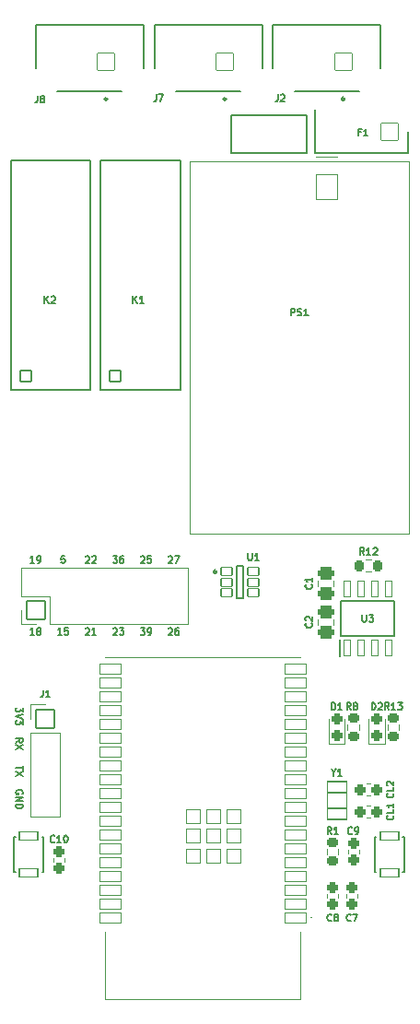
<source format=gbr>
%TF.GenerationSoftware,KiCad,Pcbnew,(5.99.0-10457-g21fde9b629)*%
%TF.CreationDate,2021-05-02T13:24:44-05:00*%
%TF.ProjectId,reptile-monitor,72657074-696c-4652-9d6d-6f6e69746f72,1*%
%TF.SameCoordinates,Original*%
%TF.FileFunction,Legend,Top*%
%TF.FilePolarity,Positive*%
%FSLAX46Y46*%
G04 Gerber Fmt 4.6, Leading zero omitted, Abs format (unit mm)*
G04 Created by KiCad (PCBNEW (5.99.0-10457-g21fde9b629)) date 2021-05-02 13:24:44*
%MOMM*%
%LPD*%
G01*
G04 APERTURE LIST*
G04 Aperture macros list*
%AMRoundRect*
0 Rectangle with rounded corners*
0 $1 Rounding radius*
0 $2 $3 $4 $5 $6 $7 $8 $9 X,Y pos of 4 corners*
0 Add a 4 corners polygon primitive as box body*
4,1,4,$2,$3,$4,$5,$6,$7,$8,$9,$2,$3,0*
0 Add four circle primitives for the rounded corners*
1,1,$1+$1,$2,$3*
1,1,$1+$1,$4,$5*
1,1,$1+$1,$6,$7*
1,1,$1+$1,$8,$9*
0 Add four rect primitives between the rounded corners*
20,1,$1+$1,$2,$3,$4,$5,0*
20,1,$1+$1,$4,$5,$6,$7,0*
20,1,$1+$1,$6,$7,$8,$9,0*
20,1,$1+$1,$8,$9,$2,$3,0*%
G04 Aperture macros list end*
%ADD10C,0.127000*%
%ADD11C,0.120000*%
%ADD12C,0.100000*%
%ADD13C,0.150000*%
%ADD14C,0.250000*%
%ADD15C,0.200000*%
%ADD16C,2.301600*%
%ADD17RoundRect,0.244150X0.281650X-0.244150X0.281650X0.244150X-0.281650X0.244150X-0.281650X-0.244150X0*%
%ADD18RoundRect,0.050800X-1.000000X0.450000X-1.000000X-0.450000X1.000000X-0.450000X1.000000X0.450000X0*%
%ADD19RoundRect,0.050800X-0.665000X0.665000X-0.665000X-0.665000X0.665000X-0.665000X0.665000X0.665000X0*%
%ADD20RoundRect,0.050800X-0.785000X-0.785000X0.785000X-0.785000X0.785000X0.785000X-0.785000X0.785000X0*%
%ADD21C,1.671600*%
%ADD22C,1.371600*%
%ADD23RoundRect,0.275400X-0.500400X0.275400X-0.500400X-0.275400X0.500400X-0.275400X0.500400X0.275400X0*%
%ADD24RoundRect,0.050800X-1.000000X1.150000X-1.000000X-1.150000X1.000000X-1.150000X1.000000X1.150000X0*%
%ADD25C,2.401600*%
%ADD26RoundRect,0.050800X-0.850000X-0.850000X0.850000X-0.850000X0.850000X0.850000X-0.850000X0.850000X0*%
%ADD27O,1.801600X1.801600*%
%ADD28RoundRect,0.250400X-0.250400X-0.275400X0.250400X-0.275400X0.250400X0.275400X-0.250400X0.275400X0*%
%ADD29RoundRect,0.250400X-0.275400X0.250400X-0.275400X-0.250400X0.275400X-0.250400X0.275400X0.250400X0*%
%ADD30RoundRect,0.050800X-0.850000X0.400000X-0.850000X-0.400000X0.850000X-0.400000X0.850000X0.400000X0*%
%ADD31RoundRect,0.225400X-0.300400X0.225400X-0.300400X-0.225400X0.300400X-0.225400X0.300400X0.225400X0*%
%ADD32RoundRect,0.225400X0.300400X-0.225400X0.300400X0.225400X-0.300400X0.225400X-0.300400X-0.225400X0*%
%ADD33RoundRect,0.225400X0.225400X0.300400X-0.225400X0.300400X-0.225400X-0.300400X0.225400X-0.300400X0*%
%ADD34RoundRect,0.050800X0.500000X-0.500000X0.500000X0.500000X-0.500000X0.500000X-0.500000X-0.500000X0*%
%ADD35C,2.268946*%
%ADD36C,1.101600*%
%ADD37RoundRect,0.050800X0.787500X0.787500X-0.787500X0.787500X-0.787500X-0.787500X0.787500X-0.787500X0*%
%ADD38C,1.676600*%
%ADD39RoundRect,0.050800X-0.500000X-0.350000X0.500000X-0.350000X0.500000X0.350000X-0.500000X0.350000X0*%
%ADD40C,1.701600*%
%ADD41RoundRect,0.050800X0.850000X-0.850000X0.850000X0.850000X-0.850000X0.850000X-0.850000X-0.850000X0*%
%ADD42RoundRect,0.050800X0.900000X-0.500000X0.900000X0.500000X-0.900000X0.500000X-0.900000X-0.500000X0*%
%ADD43RoundRect,0.050800X0.325000X0.750000X-0.325000X0.750000X-0.325000X-0.750000X0.325000X-0.750000X0*%
G04 APERTURE END LIST*
D10*
X133286500Y-106704190D02*
X133316738Y-106643714D01*
X133316738Y-106553000D01*
X133286500Y-106462285D01*
X133226023Y-106401809D01*
X133165547Y-106371571D01*
X133044595Y-106341333D01*
X132953880Y-106341333D01*
X132832928Y-106371571D01*
X132772452Y-106401809D01*
X132711976Y-106462285D01*
X132681738Y-106553000D01*
X132681738Y-106613476D01*
X132711976Y-106704190D01*
X132742214Y-106734428D01*
X132953880Y-106734428D01*
X132953880Y-106613476D01*
X132681738Y-107006571D02*
X133316738Y-107006571D01*
X132681738Y-107369428D01*
X133316738Y-107369428D01*
X132681738Y-107671809D02*
X133316738Y-107671809D01*
X133316738Y-107823000D01*
X133286500Y-107913714D01*
X133226023Y-107974190D01*
X133165547Y-108004428D01*
X133044595Y-108034666D01*
X132953880Y-108034666D01*
X132832928Y-108004428D01*
X132772452Y-107974190D01*
X132711976Y-107913714D01*
X132681738Y-107823000D01*
X132681738Y-107671809D01*
X134372047Y-92103257D02*
X134009190Y-92103257D01*
X134190619Y-92103257D02*
X134190619Y-91468257D01*
X134130142Y-91558972D01*
X134069666Y-91619448D01*
X134009190Y-91649686D01*
X134734904Y-91740400D02*
X134674428Y-91710162D01*
X134644190Y-91679924D01*
X134613952Y-91619448D01*
X134613952Y-91589210D01*
X134644190Y-91528734D01*
X134674428Y-91498496D01*
X134734904Y-91468257D01*
X134855857Y-91468257D01*
X134916333Y-91498496D01*
X134946571Y-91528734D01*
X134976809Y-91589210D01*
X134976809Y-91619448D01*
X134946571Y-91679924D01*
X134916333Y-91710162D01*
X134855857Y-91740400D01*
X134734904Y-91740400D01*
X134674428Y-91770638D01*
X134644190Y-91800876D01*
X134613952Y-91861353D01*
X134613952Y-91982305D01*
X134644190Y-92042781D01*
X134674428Y-92073019D01*
X134734904Y-92103257D01*
X134855857Y-92103257D01*
X134916333Y-92073019D01*
X134946571Y-92042781D01*
X134976809Y-91982305D01*
X134976809Y-91861353D01*
X134946571Y-91800876D01*
X134916333Y-91770638D01*
X134855857Y-91740400D01*
X146709190Y-84924734D02*
X146739428Y-84894496D01*
X146799904Y-84864257D01*
X146951095Y-84864257D01*
X147011571Y-84894496D01*
X147041809Y-84924734D01*
X147072047Y-84985210D01*
X147072047Y-85045686D01*
X147041809Y-85136400D01*
X146678952Y-85499257D01*
X147072047Y-85499257D01*
X147283714Y-84864257D02*
X147707047Y-84864257D01*
X147434904Y-85499257D01*
X144138952Y-91473261D02*
X144532047Y-91473261D01*
X144320380Y-91715166D01*
X144411095Y-91715166D01*
X144471571Y-91745404D01*
X144501809Y-91775642D01*
X144532047Y-91836119D01*
X144532047Y-91987309D01*
X144501809Y-92047785D01*
X144471571Y-92078023D01*
X144411095Y-92108261D01*
X144229666Y-92108261D01*
X144169190Y-92078023D01*
X144138952Y-92047785D01*
X144834428Y-92108261D02*
X144955380Y-92108261D01*
X145015857Y-92078023D01*
X145046095Y-92047785D01*
X145106571Y-91957071D01*
X145136809Y-91836119D01*
X145136809Y-91594214D01*
X145106571Y-91533738D01*
X145076333Y-91503500D01*
X145015857Y-91473261D01*
X144894904Y-91473261D01*
X144834428Y-91503500D01*
X144804190Y-91533738D01*
X144773952Y-91594214D01*
X144773952Y-91745404D01*
X144804190Y-91805880D01*
X144834428Y-91836119D01*
X144894904Y-91866357D01*
X145015857Y-91866357D01*
X145076333Y-91836119D01*
X145106571Y-91805880D01*
X145136809Y-91745404D01*
X133316738Y-98781809D02*
X133316738Y-99174904D01*
X133074833Y-98963238D01*
X133074833Y-99053952D01*
X133044595Y-99114428D01*
X133014357Y-99144666D01*
X132953880Y-99174904D01*
X132802690Y-99174904D01*
X132742214Y-99144666D01*
X132711976Y-99114428D01*
X132681738Y-99053952D01*
X132681738Y-98872523D01*
X132711976Y-98812047D01*
X132742214Y-98781809D01*
X133316738Y-99356333D02*
X132681738Y-99568000D01*
X133316738Y-99779666D01*
X133316738Y-99930857D02*
X133316738Y-100323952D01*
X133074833Y-100112285D01*
X133074833Y-100203000D01*
X133044595Y-100263476D01*
X133014357Y-100293714D01*
X132953880Y-100323952D01*
X132802690Y-100323952D01*
X132742214Y-100293714D01*
X132711976Y-100263476D01*
X132681738Y-100203000D01*
X132681738Y-100021571D01*
X132711976Y-99961095D01*
X132742214Y-99930857D01*
X146709190Y-91533738D02*
X146739428Y-91503500D01*
X146799904Y-91473261D01*
X146951095Y-91473261D01*
X147011571Y-91503500D01*
X147041809Y-91533738D01*
X147072047Y-91594214D01*
X147072047Y-91654690D01*
X147041809Y-91745404D01*
X146678952Y-92108261D01*
X147072047Y-92108261D01*
X147616333Y-91473261D02*
X147495380Y-91473261D01*
X147434904Y-91503500D01*
X147404666Y-91533738D01*
X147344190Y-91624452D01*
X147313952Y-91745404D01*
X147313952Y-91987309D01*
X147344190Y-92047785D01*
X147374428Y-92078023D01*
X147434904Y-92108261D01*
X147555857Y-92108261D01*
X147616333Y-92078023D01*
X147646571Y-92047785D01*
X147676809Y-91987309D01*
X147676809Y-91836119D01*
X147646571Y-91775642D01*
X147616333Y-91745404D01*
X147555857Y-91715166D01*
X147434904Y-91715166D01*
X147374428Y-91745404D01*
X147344190Y-91775642D01*
X147313952Y-91836119D01*
X132681738Y-102002166D02*
X132984119Y-101790500D01*
X132681738Y-101639309D02*
X133316738Y-101639309D01*
X133316738Y-101881214D01*
X133286500Y-101941690D01*
X133256261Y-101971928D01*
X133195785Y-102002166D01*
X133105071Y-102002166D01*
X133044595Y-101971928D01*
X133014357Y-101941690D01*
X132984119Y-101881214D01*
X132984119Y-101639309D01*
X133316738Y-102213833D02*
X132681738Y-102637166D01*
X133316738Y-102637166D02*
X132681738Y-102213833D01*
X134372047Y-85499257D02*
X134009190Y-85499257D01*
X134190619Y-85499257D02*
X134190619Y-84864257D01*
X134130142Y-84954972D01*
X134069666Y-85015448D01*
X134009190Y-85045686D01*
X134674428Y-85499257D02*
X134795380Y-85499257D01*
X134855857Y-85469019D01*
X134886095Y-85438781D01*
X134946571Y-85348067D01*
X134976809Y-85227115D01*
X134976809Y-84985210D01*
X134946571Y-84924734D01*
X134916333Y-84894496D01*
X134855857Y-84864257D01*
X134734904Y-84864257D01*
X134674428Y-84894496D01*
X134644190Y-84924734D01*
X134613952Y-84985210D01*
X134613952Y-85136400D01*
X134644190Y-85196876D01*
X134674428Y-85227115D01*
X134734904Y-85257353D01*
X134855857Y-85257353D01*
X134916333Y-85227115D01*
X134946571Y-85196876D01*
X134976809Y-85136400D01*
X137184190Y-84864257D02*
X136881809Y-84864257D01*
X136851571Y-85166638D01*
X136881809Y-85136400D01*
X136942285Y-85106162D01*
X137093476Y-85106162D01*
X137153952Y-85136400D01*
X137184190Y-85166638D01*
X137214428Y-85227115D01*
X137214428Y-85378305D01*
X137184190Y-85438781D01*
X137153952Y-85469019D01*
X137093476Y-85499257D01*
X136942285Y-85499257D01*
X136881809Y-85469019D01*
X136851571Y-85438781D01*
X139089190Y-84924734D02*
X139119428Y-84894496D01*
X139179904Y-84864257D01*
X139331095Y-84864257D01*
X139391571Y-84894496D01*
X139421809Y-84924734D01*
X139452047Y-84985210D01*
X139452047Y-85045686D01*
X139421809Y-85136400D01*
X139058952Y-85499257D01*
X139452047Y-85499257D01*
X139693952Y-84924734D02*
X139724190Y-84894496D01*
X139784666Y-84864257D01*
X139935857Y-84864257D01*
X139996333Y-84894496D01*
X140026571Y-84924734D01*
X140056809Y-84985210D01*
X140056809Y-85045686D01*
X140026571Y-85136400D01*
X139663714Y-85499257D01*
X140056809Y-85499257D01*
X136912047Y-92103257D02*
X136549190Y-92103257D01*
X136730619Y-92103257D02*
X136730619Y-91468257D01*
X136670142Y-91558972D01*
X136609666Y-91619448D01*
X136549190Y-91649686D01*
X137486571Y-91468257D02*
X137184190Y-91468257D01*
X137153952Y-91770638D01*
X137184190Y-91740400D01*
X137244666Y-91710162D01*
X137395857Y-91710162D01*
X137456333Y-91740400D01*
X137486571Y-91770638D01*
X137516809Y-91831115D01*
X137516809Y-91982305D01*
X137486571Y-92042781D01*
X137456333Y-92073019D01*
X137395857Y-92103257D01*
X137244666Y-92103257D01*
X137184190Y-92073019D01*
X137153952Y-92042781D01*
X139089190Y-91528734D02*
X139119428Y-91498496D01*
X139179904Y-91468257D01*
X139331095Y-91468257D01*
X139391571Y-91498496D01*
X139421809Y-91528734D01*
X139452047Y-91589210D01*
X139452047Y-91649686D01*
X139421809Y-91740400D01*
X139058952Y-92103257D01*
X139452047Y-92103257D01*
X140056809Y-92103257D02*
X139693952Y-92103257D01*
X139875380Y-92103257D02*
X139875380Y-91468257D01*
X139814904Y-91558972D01*
X139754428Y-91619448D01*
X139693952Y-91649686D01*
X141629190Y-91528734D02*
X141659428Y-91498496D01*
X141719904Y-91468257D01*
X141871095Y-91468257D01*
X141931571Y-91498496D01*
X141961809Y-91528734D01*
X141992047Y-91589210D01*
X141992047Y-91649686D01*
X141961809Y-91740400D01*
X141598952Y-92103257D01*
X141992047Y-92103257D01*
X142203714Y-91468257D02*
X142596809Y-91468257D01*
X142385142Y-91710162D01*
X142475857Y-91710162D01*
X142536333Y-91740400D01*
X142566571Y-91770638D01*
X142596809Y-91831115D01*
X142596809Y-91982305D01*
X142566571Y-92042781D01*
X142536333Y-92073019D01*
X142475857Y-92103257D01*
X142294428Y-92103257D01*
X142233952Y-92073019D01*
X142203714Y-92042781D01*
X133316738Y-104164190D02*
X133316738Y-104527047D01*
X132681738Y-104345619D02*
X133316738Y-104345619D01*
X133316738Y-104678238D02*
X132681738Y-105101571D01*
X133316738Y-105101571D02*
X132681738Y-104678238D01*
X144169190Y-84924734D02*
X144199428Y-84894496D01*
X144259904Y-84864257D01*
X144411095Y-84864257D01*
X144471571Y-84894496D01*
X144501809Y-84924734D01*
X144532047Y-84985210D01*
X144532047Y-85045686D01*
X144501809Y-85136400D01*
X144138952Y-85499257D01*
X144532047Y-85499257D01*
X145106571Y-84864257D02*
X144804190Y-84864257D01*
X144773952Y-85166638D01*
X144804190Y-85136400D01*
X144864666Y-85106162D01*
X145015857Y-85106162D01*
X145076333Y-85136400D01*
X145106571Y-85166638D01*
X145136809Y-85227115D01*
X145136809Y-85378305D01*
X145106571Y-85438781D01*
X145076333Y-85469019D01*
X145015857Y-85499257D01*
X144864666Y-85499257D01*
X144804190Y-85469019D01*
X144773952Y-85438781D01*
X141598952Y-84864257D02*
X141992047Y-84864257D01*
X141780380Y-85106162D01*
X141871095Y-85106162D01*
X141931571Y-85136400D01*
X141961809Y-85166638D01*
X141992047Y-85227115D01*
X141992047Y-85378305D01*
X141961809Y-85438781D01*
X141931571Y-85469019D01*
X141871095Y-85499257D01*
X141689666Y-85499257D01*
X141629190Y-85469019D01*
X141598952Y-85438781D01*
X142536333Y-84864257D02*
X142415380Y-84864257D01*
X142354904Y-84894496D01*
X142324666Y-84924734D01*
X142264190Y-85015448D01*
X142233952Y-85136400D01*
X142233952Y-85378305D01*
X142264190Y-85438781D01*
X142294428Y-85469019D01*
X142354904Y-85499257D01*
X142475857Y-85499257D01*
X142536333Y-85469019D01*
X142566571Y-85438781D01*
X142596809Y-85378305D01*
X142596809Y-85227115D01*
X142566571Y-85166638D01*
X142536333Y-85136400D01*
X142475857Y-85106162D01*
X142354904Y-85106162D01*
X142294428Y-85136400D01*
X142264190Y-85166638D01*
X142233952Y-85227115D01*
%TO.C,D1*%
X161710309Y-98966261D02*
X161710309Y-98331261D01*
X161861500Y-98331261D01*
X161952214Y-98361500D01*
X162012690Y-98421976D01*
X162042928Y-98482452D01*
X162073166Y-98603404D01*
X162073166Y-98694119D01*
X162042928Y-98815071D01*
X162012690Y-98875547D01*
X161952214Y-98936023D01*
X161861500Y-98966261D01*
X161710309Y-98966261D01*
X162677928Y-98966261D02*
X162315071Y-98966261D01*
X162496500Y-98966261D02*
X162496500Y-98331261D01*
X162436023Y-98421976D01*
X162375547Y-98482452D01*
X162315071Y-98512690D01*
%TO.C,D2*%
X165393309Y-98966261D02*
X165393309Y-98331261D01*
X165544500Y-98331261D01*
X165635214Y-98361500D01*
X165695690Y-98421976D01*
X165725928Y-98482452D01*
X165756166Y-98603404D01*
X165756166Y-98694119D01*
X165725928Y-98815071D01*
X165695690Y-98875547D01*
X165635214Y-98936023D01*
X165544500Y-98966261D01*
X165393309Y-98966261D01*
X165998071Y-98391738D02*
X166028309Y-98361500D01*
X166088785Y-98331261D01*
X166239976Y-98331261D01*
X166300452Y-98361500D01*
X166330690Y-98391738D01*
X166360928Y-98452214D01*
X166360928Y-98512690D01*
X166330690Y-98603404D01*
X165967833Y-98966261D01*
X166360928Y-98966261D01*
%TO.C,J7*%
X145584333Y-42451261D02*
X145584333Y-42904833D01*
X145554095Y-42995547D01*
X145493619Y-43056023D01*
X145402904Y-43086261D01*
X145342428Y-43086261D01*
X145826238Y-42451261D02*
X146249571Y-42451261D01*
X145977428Y-43086261D01*
%TO.C,C1*%
X159865785Y-87481833D02*
X159896023Y-87512071D01*
X159926261Y-87602785D01*
X159926261Y-87663261D01*
X159896023Y-87753976D01*
X159835547Y-87814452D01*
X159775071Y-87844690D01*
X159654119Y-87874928D01*
X159563404Y-87874928D01*
X159442452Y-87844690D01*
X159381976Y-87814452D01*
X159321500Y-87753976D01*
X159291261Y-87663261D01*
X159291261Y-87602785D01*
X159321500Y-87512071D01*
X159351738Y-87481833D01*
X159926261Y-86877071D02*
X159926261Y-87239928D01*
X159926261Y-87058500D02*
X159291261Y-87058500D01*
X159381976Y-87118976D01*
X159442452Y-87179452D01*
X159472690Y-87239928D01*
%TO.C,PS1*%
X157978928Y-62771261D02*
X157978928Y-62136261D01*
X158220833Y-62136261D01*
X158281309Y-62166500D01*
X158311547Y-62196738D01*
X158341785Y-62257214D01*
X158341785Y-62347928D01*
X158311547Y-62408404D01*
X158281309Y-62438642D01*
X158220833Y-62468880D01*
X157978928Y-62468880D01*
X158583690Y-62741023D02*
X158674404Y-62771261D01*
X158825595Y-62771261D01*
X158886071Y-62741023D01*
X158916309Y-62710785D01*
X158946547Y-62650309D01*
X158946547Y-62589833D01*
X158916309Y-62529357D01*
X158886071Y-62499119D01*
X158825595Y-62468880D01*
X158704642Y-62438642D01*
X158644166Y-62408404D01*
X158613928Y-62378166D01*
X158583690Y-62317690D01*
X158583690Y-62257214D01*
X158613928Y-62196738D01*
X158644166Y-62166500D01*
X158704642Y-62136261D01*
X158855833Y-62136261D01*
X158946547Y-62166500D01*
X159551309Y-62771261D02*
X159188452Y-62771261D01*
X159369880Y-62771261D02*
X159369880Y-62136261D01*
X159309404Y-62226976D01*
X159248928Y-62287452D01*
X159188452Y-62317690D01*
%TO.C,J1*%
X135170333Y-97154261D02*
X135170333Y-97607833D01*
X135140095Y-97698547D01*
X135079619Y-97759023D01*
X134988904Y-97789261D01*
X134928428Y-97789261D01*
X135805333Y-97789261D02*
X135442476Y-97789261D01*
X135623904Y-97789261D02*
X135623904Y-97154261D01*
X135563428Y-97244976D01*
X135502952Y-97305452D01*
X135442476Y-97335690D01*
%TO.C,CL1*%
X167358785Y-108693857D02*
X167389023Y-108724095D01*
X167419261Y-108814809D01*
X167419261Y-108875285D01*
X167389023Y-108966000D01*
X167328547Y-109026476D01*
X167268071Y-109056714D01*
X167147119Y-109086952D01*
X167056404Y-109086952D01*
X166935452Y-109056714D01*
X166874976Y-109026476D01*
X166814500Y-108966000D01*
X166784261Y-108875285D01*
X166784261Y-108814809D01*
X166814500Y-108724095D01*
X166844738Y-108693857D01*
X167419261Y-108119333D02*
X167419261Y-108421714D01*
X166784261Y-108421714D01*
X167419261Y-107575047D02*
X167419261Y-107937904D01*
X167419261Y-107756476D02*
X166784261Y-107756476D01*
X166874976Y-107816952D01*
X166935452Y-107877428D01*
X166965690Y-107937904D01*
%TO.C,C8*%
X161692166Y-118336785D02*
X161661928Y-118367023D01*
X161571214Y-118397261D01*
X161510738Y-118397261D01*
X161420023Y-118367023D01*
X161359547Y-118306547D01*
X161329309Y-118246071D01*
X161299071Y-118125119D01*
X161299071Y-118034404D01*
X161329309Y-117913452D01*
X161359547Y-117852976D01*
X161420023Y-117792500D01*
X161510738Y-117762261D01*
X161571214Y-117762261D01*
X161661928Y-117792500D01*
X161692166Y-117822738D01*
X162055023Y-118034404D02*
X161994547Y-118004166D01*
X161964309Y-117973928D01*
X161934071Y-117913452D01*
X161934071Y-117883214D01*
X161964309Y-117822738D01*
X161994547Y-117792500D01*
X162055023Y-117762261D01*
X162175976Y-117762261D01*
X162236452Y-117792500D01*
X162266690Y-117822738D01*
X162296928Y-117883214D01*
X162296928Y-117913452D01*
X162266690Y-117973928D01*
X162236452Y-118004166D01*
X162175976Y-118034404D01*
X162055023Y-118034404D01*
X161994547Y-118064642D01*
X161964309Y-118094880D01*
X161934071Y-118155357D01*
X161934071Y-118276309D01*
X161964309Y-118336785D01*
X161994547Y-118367023D01*
X162055023Y-118397261D01*
X162175976Y-118397261D01*
X162236452Y-118367023D01*
X162266690Y-118336785D01*
X162296928Y-118276309D01*
X162296928Y-118155357D01*
X162266690Y-118094880D01*
X162236452Y-118064642D01*
X162175976Y-118034404D01*
%TO.C,C10*%
X136243785Y-111097785D02*
X136213547Y-111128023D01*
X136122833Y-111158261D01*
X136062357Y-111158261D01*
X135971642Y-111128023D01*
X135911166Y-111067547D01*
X135880928Y-111007071D01*
X135850690Y-110886119D01*
X135850690Y-110795404D01*
X135880928Y-110674452D01*
X135911166Y-110613976D01*
X135971642Y-110553500D01*
X136062357Y-110523261D01*
X136122833Y-110523261D01*
X136213547Y-110553500D01*
X136243785Y-110583738D01*
X136848547Y-111158261D02*
X136485690Y-111158261D01*
X136667119Y-111158261D02*
X136667119Y-110523261D01*
X136606642Y-110613976D01*
X136546166Y-110674452D01*
X136485690Y-110704690D01*
X137241642Y-110523261D02*
X137302119Y-110523261D01*
X137362595Y-110553500D01*
X137392833Y-110583738D01*
X137423071Y-110644214D01*
X137453309Y-110765166D01*
X137453309Y-110916357D01*
X137423071Y-111037309D01*
X137392833Y-111097785D01*
X137362595Y-111128023D01*
X137302119Y-111158261D01*
X137241642Y-111158261D01*
X137181166Y-111128023D01*
X137150928Y-111097785D01*
X137120690Y-111037309D01*
X137090452Y-110916357D01*
X137090452Y-110765166D01*
X137120690Y-110644214D01*
X137150928Y-110583738D01*
X137181166Y-110553500D01*
X137241642Y-110523261D01*
%TO.C,R8*%
X163470166Y-98966261D02*
X163258500Y-98663880D01*
X163107309Y-98966261D02*
X163107309Y-98331261D01*
X163349214Y-98331261D01*
X163409690Y-98361500D01*
X163439928Y-98391738D01*
X163470166Y-98452214D01*
X163470166Y-98542928D01*
X163439928Y-98603404D01*
X163409690Y-98633642D01*
X163349214Y-98663880D01*
X163107309Y-98663880D01*
X163833023Y-98603404D02*
X163772547Y-98573166D01*
X163742309Y-98542928D01*
X163712071Y-98482452D01*
X163712071Y-98452214D01*
X163742309Y-98391738D01*
X163772547Y-98361500D01*
X163833023Y-98331261D01*
X163953976Y-98331261D01*
X164014452Y-98361500D01*
X164044690Y-98391738D01*
X164074928Y-98452214D01*
X164074928Y-98482452D01*
X164044690Y-98542928D01*
X164014452Y-98573166D01*
X163953976Y-98603404D01*
X163833023Y-98603404D01*
X163772547Y-98633642D01*
X163742309Y-98663880D01*
X163712071Y-98724357D01*
X163712071Y-98845309D01*
X163742309Y-98905785D01*
X163772547Y-98936023D01*
X163833023Y-98966261D01*
X163953976Y-98966261D01*
X164014452Y-98936023D01*
X164044690Y-98905785D01*
X164074928Y-98845309D01*
X164074928Y-98724357D01*
X164044690Y-98663880D01*
X164014452Y-98633642D01*
X163953976Y-98603404D01*
%TO.C,R1*%
X161692166Y-110396261D02*
X161480500Y-110093880D01*
X161329309Y-110396261D02*
X161329309Y-109761261D01*
X161571214Y-109761261D01*
X161631690Y-109791500D01*
X161661928Y-109821738D01*
X161692166Y-109882214D01*
X161692166Y-109972928D01*
X161661928Y-110033404D01*
X161631690Y-110063642D01*
X161571214Y-110093880D01*
X161329309Y-110093880D01*
X162296928Y-110396261D02*
X161934071Y-110396261D01*
X162115500Y-110396261D02*
X162115500Y-109761261D01*
X162055023Y-109851976D01*
X161994547Y-109912452D01*
X161934071Y-109942690D01*
%TO.C,R12*%
X164691785Y-84742261D02*
X164480119Y-84439880D01*
X164328928Y-84742261D02*
X164328928Y-84107261D01*
X164570833Y-84107261D01*
X164631309Y-84137500D01*
X164661547Y-84167738D01*
X164691785Y-84228214D01*
X164691785Y-84318928D01*
X164661547Y-84379404D01*
X164631309Y-84409642D01*
X164570833Y-84439880D01*
X164328928Y-84439880D01*
X165296547Y-84742261D02*
X164933690Y-84742261D01*
X165115119Y-84742261D02*
X165115119Y-84107261D01*
X165054642Y-84197976D01*
X164994166Y-84258452D01*
X164933690Y-84288690D01*
X165538452Y-84167738D02*
X165568690Y-84137500D01*
X165629166Y-84107261D01*
X165780357Y-84107261D01*
X165840833Y-84137500D01*
X165871071Y-84167738D01*
X165901309Y-84228214D01*
X165901309Y-84288690D01*
X165871071Y-84379404D01*
X165508214Y-84742261D01*
X165901309Y-84742261D01*
%TO.C,K1*%
X143455740Y-61628261D02*
X143455740Y-60993261D01*
X143818597Y-61628261D02*
X143546454Y-61265404D01*
X143818597Y-60993261D02*
X143455740Y-61356119D01*
X144423359Y-61628261D02*
X144060502Y-61628261D01*
X144241930Y-61628261D02*
X144241930Y-60993261D01*
X144181454Y-61083976D01*
X144120978Y-61144452D01*
X144060502Y-61174690D01*
%TO.C,C2*%
X159865785Y-91037833D02*
X159896023Y-91068071D01*
X159926261Y-91158785D01*
X159926261Y-91219261D01*
X159896023Y-91309976D01*
X159835547Y-91370452D01*
X159775071Y-91400690D01*
X159654119Y-91430928D01*
X159563404Y-91430928D01*
X159442452Y-91400690D01*
X159381976Y-91370452D01*
X159321500Y-91309976D01*
X159291261Y-91219261D01*
X159291261Y-91158785D01*
X159321500Y-91068071D01*
X159351738Y-91037833D01*
X159351738Y-90795928D02*
X159321500Y-90765690D01*
X159291261Y-90705214D01*
X159291261Y-90554023D01*
X159321500Y-90493547D01*
X159351738Y-90463309D01*
X159412214Y-90433071D01*
X159472690Y-90433071D01*
X159563404Y-90463309D01*
X159926261Y-90826166D01*
X159926261Y-90433071D01*
%TO.C,F1*%
X164380333Y-45928642D02*
X164168666Y-45928642D01*
X164168666Y-46261261D02*
X164168666Y-45626261D01*
X164471047Y-45626261D01*
X165045571Y-46261261D02*
X164682714Y-46261261D01*
X164864142Y-46261261D02*
X164864142Y-45626261D01*
X164803666Y-45716976D01*
X164743190Y-45777452D01*
X164682714Y-45807690D01*
%TO.C,C7*%
X163470166Y-118336785D02*
X163439928Y-118367023D01*
X163349214Y-118397261D01*
X163288738Y-118397261D01*
X163198023Y-118367023D01*
X163137547Y-118306547D01*
X163107309Y-118246071D01*
X163077071Y-118125119D01*
X163077071Y-118034404D01*
X163107309Y-117913452D01*
X163137547Y-117852976D01*
X163198023Y-117792500D01*
X163288738Y-117762261D01*
X163349214Y-117762261D01*
X163439928Y-117792500D01*
X163470166Y-117822738D01*
X163681833Y-117762261D02*
X164105166Y-117762261D01*
X163833023Y-118397261D01*
%TO.C,U1*%
X154030740Y-84615261D02*
X154030740Y-85129309D01*
X154060978Y-85189785D01*
X154091216Y-85220023D01*
X154151692Y-85250261D01*
X154272645Y-85250261D01*
X154333121Y-85220023D01*
X154363359Y-85189785D01*
X154393597Y-85129309D01*
X154393597Y-84615261D01*
X155028597Y-85250261D02*
X154665740Y-85250261D01*
X154847169Y-85250261D02*
X154847169Y-84615261D01*
X154786692Y-84705976D01*
X154726216Y-84766452D01*
X154665740Y-84796690D01*
%TO.C,C9*%
X163597166Y-110335785D02*
X163566928Y-110366023D01*
X163476214Y-110396261D01*
X163415738Y-110396261D01*
X163325023Y-110366023D01*
X163264547Y-110305547D01*
X163234309Y-110245071D01*
X163204071Y-110124119D01*
X163204071Y-110033404D01*
X163234309Y-109912452D01*
X163264547Y-109851976D01*
X163325023Y-109791500D01*
X163415738Y-109761261D01*
X163476214Y-109761261D01*
X163566928Y-109791500D01*
X163597166Y-109821738D01*
X163899547Y-110396261D02*
X164020500Y-110396261D01*
X164080976Y-110366023D01*
X164111214Y-110335785D01*
X164171690Y-110245071D01*
X164201928Y-110124119D01*
X164201928Y-109882214D01*
X164171690Y-109821738D01*
X164141452Y-109791500D01*
X164080976Y-109761261D01*
X163960023Y-109761261D01*
X163899547Y-109791500D01*
X163869309Y-109821738D01*
X163839071Y-109882214D01*
X163839071Y-110033404D01*
X163869309Y-110093880D01*
X163899547Y-110124119D01*
X163960023Y-110154357D01*
X164080976Y-110154357D01*
X164141452Y-110124119D01*
X164171690Y-110093880D01*
X164201928Y-110033404D01*
%TO.C,Y1*%
X161876619Y-104759880D02*
X161876619Y-105062261D01*
X161664952Y-104427261D02*
X161876619Y-104759880D01*
X162088285Y-104427261D01*
X162632571Y-105062261D02*
X162269714Y-105062261D01*
X162451142Y-105062261D02*
X162451142Y-104427261D01*
X162390666Y-104517976D01*
X162330190Y-104578452D01*
X162269714Y-104608690D01*
%TO.C,K2*%
X135327740Y-61628261D02*
X135327740Y-60993261D01*
X135690597Y-61628261D02*
X135418454Y-61265404D01*
X135690597Y-60993261D02*
X135327740Y-61356119D01*
X135932502Y-61053738D02*
X135962740Y-61023500D01*
X136023216Y-60993261D01*
X136174407Y-60993261D01*
X136234883Y-61023500D01*
X136265121Y-61053738D01*
X136295359Y-61114214D01*
X136295359Y-61174690D01*
X136265121Y-61265404D01*
X135902264Y-61628261D01*
X136295359Y-61628261D01*
%TO.C,J8*%
X134662333Y-42578261D02*
X134662333Y-43031833D01*
X134632095Y-43122547D01*
X134571619Y-43183023D01*
X134480904Y-43213261D01*
X134420428Y-43213261D01*
X135055428Y-42850404D02*
X134994952Y-42820166D01*
X134964714Y-42789928D01*
X134934476Y-42729452D01*
X134934476Y-42699214D01*
X134964714Y-42638738D01*
X134994952Y-42608500D01*
X135055428Y-42578261D01*
X135176380Y-42578261D01*
X135236857Y-42608500D01*
X135267095Y-42638738D01*
X135297333Y-42699214D01*
X135297333Y-42729452D01*
X135267095Y-42789928D01*
X135236857Y-42820166D01*
X135176380Y-42850404D01*
X135055428Y-42850404D01*
X134994952Y-42880642D01*
X134964714Y-42910880D01*
X134934476Y-42971357D01*
X134934476Y-43092309D01*
X134964714Y-43152785D01*
X134994952Y-43183023D01*
X135055428Y-43213261D01*
X135176380Y-43213261D01*
X135236857Y-43183023D01*
X135267095Y-43152785D01*
X135297333Y-43092309D01*
X135297333Y-42971357D01*
X135267095Y-42910880D01*
X135236857Y-42880642D01*
X135176380Y-42850404D01*
%TO.C,CL2*%
X167358785Y-106661857D02*
X167389023Y-106692095D01*
X167419261Y-106782809D01*
X167419261Y-106843285D01*
X167389023Y-106934000D01*
X167328547Y-106994476D01*
X167268071Y-107024714D01*
X167147119Y-107054952D01*
X167056404Y-107054952D01*
X166935452Y-107024714D01*
X166874976Y-106994476D01*
X166814500Y-106934000D01*
X166784261Y-106843285D01*
X166784261Y-106782809D01*
X166814500Y-106692095D01*
X166844738Y-106661857D01*
X167419261Y-106087333D02*
X167419261Y-106389714D01*
X166784261Y-106389714D01*
X166844738Y-105905904D02*
X166814500Y-105875666D01*
X166784261Y-105815190D01*
X166784261Y-105664000D01*
X166814500Y-105603523D01*
X166844738Y-105573285D01*
X166905214Y-105543047D01*
X166965690Y-105543047D01*
X167056404Y-105573285D01*
X167419261Y-105936142D01*
X167419261Y-105543047D01*
%TO.C,J2*%
X156760333Y-42451261D02*
X156760333Y-42904833D01*
X156730095Y-42995547D01*
X156669619Y-43056023D01*
X156578904Y-43086261D01*
X156518428Y-43086261D01*
X157032476Y-42511738D02*
X157062714Y-42481500D01*
X157123190Y-42451261D01*
X157274380Y-42451261D01*
X157334857Y-42481500D01*
X157365095Y-42511738D01*
X157395333Y-42572214D01*
X157395333Y-42632690D01*
X157365095Y-42723404D01*
X157002238Y-43086261D01*
X157395333Y-43086261D01*
%TO.C,U3*%
X164541184Y-90267269D02*
X164541184Y-90781317D01*
X164571422Y-90841793D01*
X164601660Y-90872031D01*
X164662136Y-90902269D01*
X164783089Y-90902269D01*
X164843565Y-90872031D01*
X164873803Y-90841793D01*
X164904041Y-90781317D01*
X164904041Y-90267269D01*
X165145946Y-90267269D02*
X165539041Y-90267269D01*
X165327374Y-90509174D01*
X165418089Y-90509174D01*
X165478565Y-90539412D01*
X165508803Y-90569650D01*
X165539041Y-90630127D01*
X165539041Y-90781317D01*
X165508803Y-90841793D01*
X165478565Y-90872031D01*
X165418089Y-90902269D01*
X165236660Y-90902269D01*
X165176184Y-90872031D01*
X165145946Y-90841793D01*
%TO.C,R13*%
X166977785Y-98966261D02*
X166766119Y-98663880D01*
X166614928Y-98966261D02*
X166614928Y-98331261D01*
X166856833Y-98331261D01*
X166917309Y-98361500D01*
X166947547Y-98391738D01*
X166977785Y-98452214D01*
X166977785Y-98542928D01*
X166947547Y-98603404D01*
X166917309Y-98633642D01*
X166856833Y-98663880D01*
X166614928Y-98663880D01*
X167582547Y-98966261D02*
X167219690Y-98966261D01*
X167401119Y-98966261D02*
X167401119Y-98331261D01*
X167340642Y-98421976D01*
X167280166Y-98482452D01*
X167219690Y-98512690D01*
X167794214Y-98331261D02*
X168187309Y-98331261D01*
X167975642Y-98573166D01*
X168066357Y-98573166D01*
X168126833Y-98603404D01*
X168157071Y-98633642D01*
X168187309Y-98694119D01*
X168187309Y-98845309D01*
X168157071Y-98905785D01*
X168126833Y-98936023D01*
X168066357Y-98966261D01*
X167884928Y-98966261D01*
X167824452Y-98936023D01*
X167794214Y-98905785D01*
D11*
%TO.C,D1*%
X161444000Y-102069000D02*
X162914000Y-102069000D01*
X161444000Y-99784000D02*
X161444000Y-102069000D01*
X162914000Y-102069000D02*
X162914000Y-99784000D01*
%TO.C,D2*%
X166597000Y-102069000D02*
X166597000Y-99784000D01*
X165127000Y-99784000D02*
X165127000Y-102069000D01*
X165127000Y-102069000D02*
X166597000Y-102069000D01*
D12*
%TO.C,IC1*%
X158863988Y-119355000D02*
X158863988Y-125555000D01*
X158863988Y-125555000D02*
X140863988Y-125555000D01*
X159863988Y-118055000D02*
X159863988Y-118055000D01*
X140863988Y-125555000D02*
X140863988Y-119355000D01*
X159763988Y-118055000D02*
X159763988Y-118055000D01*
X158863988Y-94155000D02*
X140863988Y-94155000D01*
X159863988Y-118055000D02*
G75*
G02*
X159763988Y-118055000I-50000J0D01*
G01*
X159763988Y-118055000D02*
G75*
G02*
X159863988Y-118055000I50000J0D01*
G01*
D13*
%TO.C,J7*%
X145418000Y-36081000D02*
X145418000Y-40080999D01*
X155318000Y-36081000D02*
X145418000Y-36081000D01*
X153318000Y-42151000D02*
X147418000Y-42151000D01*
X155318000Y-36081000D02*
X155318000Y-40081000D01*
D14*
X151993000Y-42866000D02*
G75*
G03*
X151993000Y-42866000I-125000J0D01*
G01*
D11*
%TO.C,C1*%
X160428000Y-87114748D02*
X160428000Y-87637252D01*
X161898000Y-87114748D02*
X161898000Y-87637252D01*
%TO.C,PS1*%
X148650000Y-82769500D02*
X168850000Y-82769500D01*
X168850000Y-48569500D02*
X148650000Y-48569500D01*
X148650000Y-48569500D02*
X148650000Y-82769500D01*
X162250000Y-48179500D02*
X160240000Y-48179500D01*
X168850000Y-82769500D02*
X168850000Y-48569500D01*
%TO.C,J1*%
X134052000Y-108782000D02*
X136712000Y-108782000D01*
X134052000Y-101102000D02*
X134052000Y-108782000D01*
X134052000Y-98502000D02*
X135382000Y-98502000D01*
X136712000Y-101102000D02*
X136712000Y-108782000D01*
X134052000Y-99832000D02*
X134052000Y-98502000D01*
X134052000Y-101102000D02*
X136712000Y-101102000D01*
%TO.C,CL1*%
X164959420Y-108841000D02*
X165240580Y-108841000D01*
X164959420Y-107821000D02*
X165240580Y-107821000D01*
%TO.C,C8*%
X161288000Y-115937420D02*
X161288000Y-116218580D01*
X162308000Y-115937420D02*
X162308000Y-116218580D01*
D13*
%TO.C,SW2*%
X135083000Y-113868000D02*
X135208000Y-113868000D01*
X135083000Y-110668000D02*
X135208000Y-110668000D01*
X132508000Y-110668000D02*
X132508000Y-113868000D01*
X135208000Y-110668000D02*
X135208000Y-113868000D01*
X132508000Y-113868000D02*
X132633000Y-113868000D01*
X132508000Y-110668000D02*
X132633000Y-110668000D01*
D11*
%TO.C,C10*%
X137162000Y-112635420D02*
X137162000Y-112916580D01*
X136142000Y-112635420D02*
X136142000Y-112916580D01*
%TO.C,R8*%
X163180500Y-100346742D02*
X163180500Y-100821258D01*
X164225500Y-100346742D02*
X164225500Y-100821258D01*
D13*
%TO.C,SW1*%
X168230000Y-113868000D02*
X168355000Y-113868000D01*
X168230000Y-110668000D02*
X168355000Y-110668000D01*
X168355000Y-110668000D02*
X168355000Y-113868000D01*
X165655000Y-110668000D02*
X165655000Y-113868000D01*
X165655000Y-110668000D02*
X165780000Y-110668000D01*
X165655000Y-113868000D02*
X165780000Y-113868000D01*
D11*
%TO.C,R1*%
X161275500Y-112251258D02*
X161275500Y-111776742D01*
X162320500Y-112251258D02*
X162320500Y-111776742D01*
%TO.C,R12*%
X165337258Y-85202500D02*
X164862742Y-85202500D01*
X165337258Y-86247500D02*
X164862742Y-86247500D01*
D13*
%TO.C,K1*%
X147795001Y-48554998D02*
X140495000Y-48554998D01*
X147795001Y-69554999D02*
X147795001Y-48554998D01*
X147795001Y-69554999D02*
X140495000Y-69554999D01*
X140495000Y-69554999D02*
X140495000Y-48554998D01*
D11*
%TO.C,C2*%
X160428000Y-90670748D02*
X160428000Y-91193252D01*
X161898000Y-90670748D02*
X161898000Y-91193252D01*
D15*
%TO.C,F1*%
X160215000Y-47847000D02*
X168715000Y-47847000D01*
X168715000Y-47847000D02*
X168715000Y-45847000D01*
X160215000Y-43847000D02*
X160215000Y-47847000D01*
D11*
%TO.C,C7*%
X164086000Y-115937420D02*
X164086000Y-116218580D01*
X163066000Y-115937420D02*
X163066000Y-116218580D01*
D13*
%TO.C,U1*%
X152970509Y-85749000D02*
X153570509Y-85749000D01*
X152970509Y-88749000D02*
X152970509Y-85749000D01*
X153570509Y-88749000D02*
X152970509Y-88749000D01*
X153570509Y-85749000D02*
X153570509Y-88749000D01*
D14*
X151120509Y-86299000D02*
G75*
G03*
X151120509Y-86299000I-125000J0D01*
G01*
D13*
%TO.C,RV1*%
X152456000Y-44401000D02*
X159456000Y-44401000D01*
X152456000Y-47801000D02*
X159456000Y-47801000D01*
X152456000Y-44401000D02*
X152456000Y-47801000D01*
X159456000Y-44401000D02*
X159456000Y-47801000D01*
D11*
%TO.C,C9*%
X164213000Y-111873420D02*
X164213000Y-112154580D01*
X163193000Y-111873420D02*
X163193000Y-112154580D01*
%TO.C,J3*%
X133163000Y-88519000D02*
X133163000Y-85919000D01*
X134493000Y-91119000D02*
X133163000Y-91119000D01*
X148523000Y-91119000D02*
X148523000Y-85919000D01*
X135763000Y-91119000D02*
X148523000Y-91119000D01*
X133163000Y-91119000D02*
X133163000Y-89789000D01*
X133163000Y-85919000D02*
X148523000Y-85919000D01*
X135763000Y-91119000D02*
X135763000Y-88519000D01*
X135763000Y-88519000D02*
X133163000Y-88519000D01*
%TO.C,Y1*%
X163054000Y-107990000D02*
X163054000Y-106640000D01*
X161304000Y-107990000D02*
X161304000Y-106640000D01*
D13*
%TO.C,K2*%
X139520001Y-48554998D02*
X132220000Y-48554998D01*
X139520001Y-69554999D02*
X132220000Y-69554999D01*
X132220000Y-69554999D02*
X132220000Y-48554998D01*
X139520001Y-69554999D02*
X139520001Y-48554998D01*
%TO.C,J8*%
X134496000Y-36081000D02*
X134496000Y-40080999D01*
X144396000Y-36081000D02*
X144396000Y-40081000D01*
X142396000Y-42151000D02*
X136496000Y-42151000D01*
X144396000Y-36081000D02*
X134496000Y-36081000D01*
D14*
X141071000Y-42866000D02*
G75*
G03*
X141071000Y-42866000I-125000J0D01*
G01*
D11*
%TO.C,CL2*%
X164959420Y-105789000D02*
X165240580Y-105789000D01*
X164959420Y-106809000D02*
X165240580Y-106809000D01*
D13*
%TO.C,J2*%
X166216000Y-36081000D02*
X156316000Y-36081000D01*
X164216000Y-42151000D02*
X158316000Y-42151000D01*
X156316000Y-36081000D02*
X156316000Y-40080999D01*
X166216000Y-36081000D02*
X166216000Y-40081000D01*
D14*
X162891000Y-42866000D02*
G75*
G03*
X162891000Y-42866000I-125000J0D01*
G01*
D15*
%TO.C,U3*%
X167474994Y-89015008D02*
X167474994Y-92215008D01*
X162574994Y-89015008D02*
X167474994Y-89015008D01*
X167474994Y-92215008D02*
X162574994Y-92215008D01*
X162574994Y-92215008D02*
X162574994Y-89015008D01*
X162444994Y-94065008D02*
X162444994Y-92565008D01*
D11*
%TO.C,R13*%
X167908500Y-100821258D02*
X167908500Y-100346742D01*
X166863500Y-100821258D02*
X166863500Y-100346742D01*
%TD*%
%LPC*%
D16*
%TO.C,REF2*%
X133858000Y-116840000D03*
X133858000Y-116840000D03*
%TD*%
D17*
%TO.C,D1*%
X162179000Y-101371500D03*
X162179000Y-99796500D03*
%TD*%
%TO.C,D2*%
X165862000Y-101371500D03*
X165862000Y-99796500D03*
%TD*%
D18*
%TO.C,IC1*%
X158363988Y-118115000D03*
X158363988Y-116845000D03*
X158363988Y-115575000D03*
X158363988Y-114305000D03*
X158363988Y-113035000D03*
X158363988Y-111765000D03*
X158363988Y-110495000D03*
X158363988Y-109225000D03*
X158363988Y-107955000D03*
X158363988Y-106685000D03*
X158363988Y-105415000D03*
X158363988Y-104145000D03*
X158363988Y-102875000D03*
X158363988Y-101605000D03*
X158363988Y-100335000D03*
X158363988Y-99065000D03*
X158363988Y-97795000D03*
X158363988Y-96525000D03*
X158363988Y-95255000D03*
X141363988Y-95255000D03*
X141363988Y-96525000D03*
X141363988Y-97795000D03*
X141363988Y-99065000D03*
X141363988Y-100335000D03*
X141363988Y-101605000D03*
X141363988Y-102875000D03*
X141363988Y-104145000D03*
X141363988Y-105415000D03*
X141363988Y-106685000D03*
X141363988Y-107955000D03*
X141363988Y-109225000D03*
X141363988Y-110495000D03*
X141363988Y-111765000D03*
X141363988Y-113035000D03*
X141363988Y-114305000D03*
X141363988Y-115575000D03*
X141363988Y-116845000D03*
X141363988Y-118115000D03*
D19*
X150863988Y-110615000D03*
X152698988Y-112450000D03*
X152698988Y-110615000D03*
X152698988Y-108780000D03*
X150863988Y-108780000D03*
X149028988Y-108780000D03*
X149028988Y-110615000D03*
X149028988Y-112450000D03*
X150863988Y-112450000D03*
%TD*%
D20*
%TO.C,J7*%
X151868000Y-39430999D03*
D21*
X148868000Y-39430999D03*
D22*
X145868000Y-41390999D03*
X154868000Y-41390999D03*
%TD*%
D23*
%TO.C,C1*%
X161163000Y-86426000D03*
X161163000Y-88326000D03*
%TD*%
D24*
%TO.C,PS1*%
X161250000Y-50969500D03*
D25*
X156250000Y-50969500D03*
X166450000Y-80369500D03*
X151050000Y-80369500D03*
%TD*%
D26*
%TO.C,J1*%
X135382000Y-99832000D03*
D27*
X135382000Y-102372000D03*
X135382000Y-104912000D03*
X135382000Y-107452000D03*
%TD*%
D28*
%TO.C,CL1*%
X164325000Y-108331000D03*
X165875000Y-108331000D03*
%TD*%
D29*
%TO.C,C8*%
X161798000Y-115303000D03*
X161798000Y-116853000D03*
%TD*%
D30*
%TO.C,SW2*%
X133858000Y-110568000D03*
X133858000Y-113968000D03*
%TD*%
D29*
%TO.C,C10*%
X136652000Y-112001000D03*
X136652000Y-113551000D03*
%TD*%
D31*
%TO.C,R8*%
X163703000Y-99759000D03*
X163703000Y-101409000D03*
%TD*%
D16*
%TO.C,REF1*%
X166370000Y-55118000D03*
%TD*%
D30*
%TO.C,SW1*%
X167005000Y-110568000D03*
X167005000Y-113968000D03*
%TD*%
D32*
%TO.C,R1*%
X161798000Y-112839000D03*
X161798000Y-111189000D03*
%TD*%
D33*
%TO.C,R12*%
X165925000Y-85725000D03*
X164275000Y-85725000D03*
%TD*%
D34*
%TO.C,K1*%
X141845000Y-68304999D03*
D35*
X146545001Y-49804998D03*
X146545001Y-56804999D03*
D36*
X146545001Y-68304999D03*
%TD*%
D16*
%TO.C,REF1*%
X133858000Y-44958000D03*
%TD*%
D23*
%TO.C,C2*%
X161163000Y-89982000D03*
X161163000Y-91882000D03*
%TD*%
D37*
%TO.C,F1*%
X167005000Y-45847000D03*
D38*
X161925000Y-45847000D03*
%TD*%
D29*
%TO.C,C7*%
X163576000Y-115303000D03*
X163576000Y-116853000D03*
%TD*%
D16*
%TO.C,REF3*%
X166878000Y-116840000D03*
X166878000Y-116840000D03*
%TD*%
D39*
%TO.C,U1*%
X152070509Y-86299000D03*
X152070509Y-87249000D03*
X152070509Y-88199000D03*
X154470509Y-88199000D03*
X154470509Y-87249000D03*
X154470509Y-86299000D03*
%TD*%
D40*
%TO.C,RV1*%
X153456000Y-45451000D03*
X158456000Y-46751000D03*
%TD*%
D29*
%TO.C,C9*%
X163703000Y-111239000D03*
X163703000Y-112789000D03*
%TD*%
D41*
%TO.C,J3*%
X134493000Y-89789000D03*
D27*
X134493000Y-87249000D03*
X137033000Y-89789000D03*
X137033000Y-87249000D03*
X139573000Y-89789000D03*
X139573000Y-87249000D03*
X142113000Y-89789000D03*
X142113000Y-87249000D03*
X144653000Y-89789000D03*
X144653000Y-87249000D03*
X147193000Y-89789000D03*
X147193000Y-87249000D03*
%TD*%
D42*
%TO.C,Y1*%
X162179000Y-106065000D03*
X162179000Y-108565000D03*
%TD*%
D34*
%TO.C,K2*%
X133570000Y-68304999D03*
D35*
X138270001Y-49804998D03*
X138270001Y-56804999D03*
D36*
X138270001Y-68304999D03*
%TD*%
D20*
%TO.C,J8*%
X140946000Y-39430999D03*
D21*
X137946000Y-39430999D03*
D22*
X143946000Y-41390999D03*
X134946000Y-41390999D03*
%TD*%
D28*
%TO.C,CL2*%
X164325000Y-106299000D03*
X165875000Y-106299000D03*
%TD*%
D20*
%TO.C,J2*%
X162766000Y-39430999D03*
D21*
X159766000Y-39430999D03*
D22*
X165766000Y-41390999D03*
X156766000Y-41390999D03*
%TD*%
D43*
%TO.C,U3*%
X163119994Y-93315008D03*
X164389994Y-93315008D03*
X165659994Y-93315008D03*
X166929994Y-93315008D03*
X166929994Y-87915008D03*
X165659994Y-87915008D03*
X164389994Y-87915008D03*
X163119994Y-87915008D03*
%TD*%
D32*
%TO.C,R13*%
X167386000Y-101409000D03*
X167386000Y-99759000D03*
%TD*%
M02*

</source>
